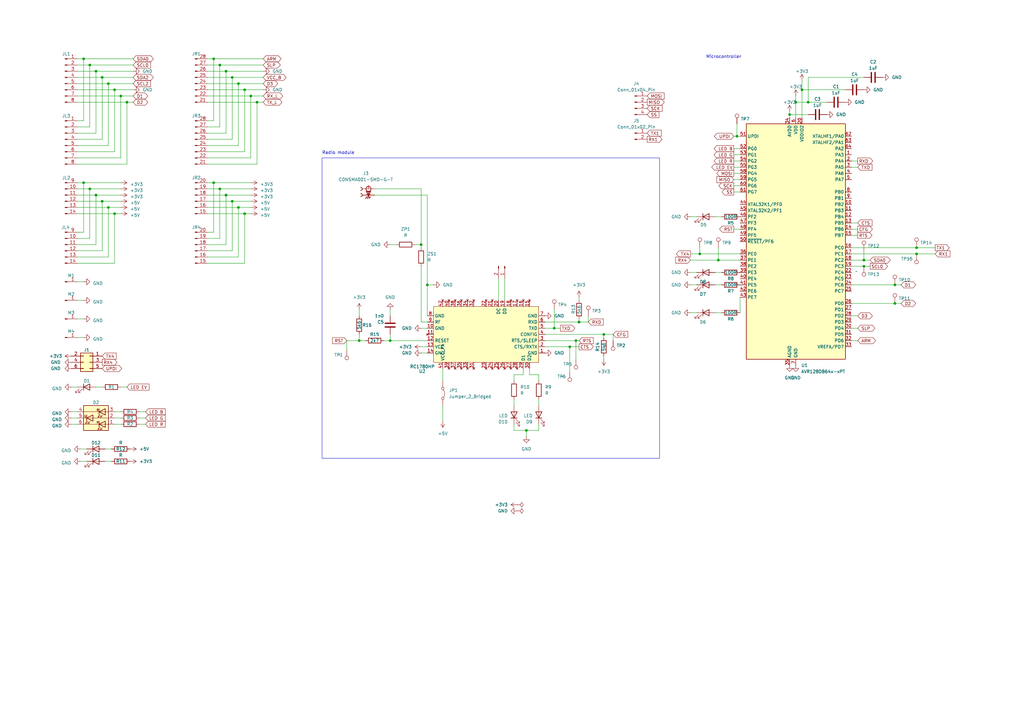
<source format=kicad_sch>
(kicad_sch (version 20231120) (generator "eeschema") (generator_version "8.0")
  (paper "A3")
  (junction (at 105.41 41.91))
  (junction (at 36.83 77.47))
  (junction (at 44.45 85.09))
  (junction (at 227.33 134.62))
  (junction (at 34.29 74.93))
  (junction (at 44.45 34.29))
  (junction (at 237.49 132.08))
  (junction (at 95.25 31.75))
  (junction (at 147.32 139.7))
  (junction (at 354.33 109.22))
  (junction (at 87.63 24.13))
  (junction (at 331.47 41.91))
  (junction (at 92.71 80.01))
  (junction (at 302.26 55.88))
  (junction (at 354.33 106.68))
  (junction (at 100.33 36.83))
  (junction (at 175.26 116.84))
  (junction (at 41.91 31.75))
  (junction (at 90.17 77.47))
  (junction (at 172.72 100.33))
  (junction (at 247.65 137.16))
  (junction (at 367.03 124.46))
  (junction (at 287.02 104.14))
  (junction (at 233.68 142.24))
  (junction (at 328.93 36.83))
  (junction (at 36.83 26.67))
  (junction (at 160.02 139.7))
  (junction (at 34.29 24.13))
  (junction (at 97.79 34.29))
  (junction (at 39.37 80.01))
  (junction (at 375.92 104.14))
  (junction (at 97.79 85.09))
  (junction (at 46.99 87.63))
  (junction (at 326.39 41.91))
  (junction (at 294.64 106.68))
  (junction (at 102.87 39.37))
  (junction (at 100.33 87.63))
  (junction (at 49.53 39.37))
  (junction (at 46.99 36.83))
  (junction (at 367.03 116.84))
  (junction (at 95.25 82.55))
  (junction (at 41.91 82.55))
  (junction (at 236.22 139.7))
  (junction (at 375.92 101.6))
  (junction (at 39.37 29.21))
  (junction (at 215.9 176.53))
  (junction (at 92.71 29.21))
  (junction (at 323.85 46.99))
  (junction (at 87.63 74.93))
  (junction (at 90.17 26.67))
  (junction (at 52.07 41.91))
  (wire (pts (xy 85.09 64.77) (xy 102.87 64.77)))
  (wire (pts (xy 160.02 100.33) (xy 162.56 100.33)))
  (wire (pts (xy 302.26 55.88) (xy 303.53 55.88)))
  (wire (pts (xy 31.75 64.77) (xy 49.53 64.77)))
  (wire (pts (xy 175.26 134.62) (xy 172.72 134.62)))
  (wire (pts (xy 177.8 116.84) (xy 175.26 116.84)))
  (wire (pts (xy 215.9 176.53) (xy 210.82 176.53)))
  (wire (pts (xy 31.75 52.07) (xy 36.83 52.07)))
  (wire (pts (xy 85.09 62.23) (xy 100.33 62.23)))
  (wire (pts (xy 283.21 128.27) (xy 285.75 128.27)))
  (wire (pts (xy 354.33 109.22) (xy 356.87 109.22)))
  (wire (pts (xy 328.93 36.83) (xy 346.71 36.83)))
  (wire (pts (xy 34.29 24.13) (xy 34.29 49.53)))
  (wire (pts (xy 349.25 106.68) (xy 354.33 106.68)))
  (wire (pts (xy 46.99 87.63) (xy 31.75 87.63)))
  (wire (pts (xy 300.99 93.98) (xy 303.53 93.98)))
  (wire (pts (xy 39.37 158.75) (xy 41.91 158.75)))
  (wire (pts (xy 90.17 52.07) (xy 90.17 26.67)))
  (wire (pts (xy 107.95 29.21) (xy 92.71 29.21)))
  (wire (pts (xy 31.75 67.31) (xy 52.07 67.31)))
  (wire (pts (xy 160.02 139.7) (xy 157.48 139.7)))
  (wire (pts (xy 328.93 36.83) (xy 328.93 48.26)))
  (wire (pts (xy 44.45 34.29) (xy 31.75 34.29)))
  (wire (pts (xy 87.63 74.93) (xy 85.09 74.93)))
  (wire (pts (xy 102.87 82.55) (xy 95.25 82.55)))
  (wire (pts (xy 31.75 95.25) (xy 34.29 95.25)))
  (wire (pts (xy 46.99 62.23) (xy 46.99 36.83)))
  (wire (pts (xy 349.25 93.98) (xy 351.79 93.98)))
  (wire (pts (xy 303.53 121.92) (xy 303.53 128.27)))
  (wire (pts (xy 175.26 142.24) (xy 172.72 142.24)))
  (wire (pts (xy 90.17 97.79) (xy 90.17 77.47)))
  (wire (pts (xy 300.99 73.66) (xy 303.53 73.66)))
  (wire (pts (xy 54.61 31.75) (xy 41.91 31.75)))
  (wire (pts (xy 326.39 41.91) (xy 326.39 48.26)))
  (wire (pts (xy 107.95 34.29) (xy 97.79 34.29)))
  (wire (pts (xy 102.87 39.37) (xy 85.09 39.37)))
  (wire (pts (xy 92.71 80.01) (xy 85.09 80.01)))
  (wire (pts (xy 31.75 59.69) (xy 44.45 59.69)))
  (wire (pts (xy 107.95 36.83) (xy 100.33 36.83)))
  (wire (pts (xy 223.52 134.62) (xy 227.33 134.62)))
  (wire (pts (xy 147.32 137.16) (xy 147.32 139.7)))
  (wire (pts (xy 41.91 57.15) (xy 41.91 31.75)))
  (wire (pts (xy 241.3 129.54) (xy 241.3 132.08)))
  (wire (pts (xy 172.72 77.47) (xy 172.72 100.33)))
  (wire (pts (xy 153.67 80.01) (xy 175.26 80.01)))
  (wire (pts (xy 92.71 54.61) (xy 92.71 29.21)))
  (wire (pts (xy 102.87 80.01) (xy 92.71 80.01)))
  (wire (pts (xy 349.25 101.6) (xy 375.92 101.6)))
  (wire (pts (xy 36.83 52.07) (xy 36.83 26.67)))
  (wire (pts (xy 85.09 100.33) (xy 92.71 100.33)))
  (wire (pts (xy 293.37 88.9) (xy 295.91 88.9)))
  (wire (pts (xy 54.61 36.83) (xy 46.99 36.83)))
  (wire (pts (xy 300.99 68.58) (xy 303.53 68.58)))
  (wire (pts (xy 142.24 139.7) (xy 142.24 143.51)))
  (wire (pts (xy 220.98 153.67) (xy 217.17 153.67)))
  (wire (pts (xy 90.17 77.47) (xy 85.09 77.47)))
  (wire (pts (xy 237.49 139.7) (xy 236.22 139.7)))
  (wire (pts (xy 247.65 138.43) (xy 247.65 137.16)))
  (wire (pts (xy 181.61 166.4558) (xy 181.61 172.72)))
  (wire (pts (xy 251.46 137.16) (xy 251.46 139.7)))
  (wire (pts (xy 57.15 168.91) (xy 59.69 168.91)))
  (wire (pts (xy 49.53 158.75) (xy 52.07 158.75)))
  (wire (pts (xy 31.75 100.33) (xy 39.37 100.33)))
  (wire (pts (xy 41.91 102.87) (xy 41.91 82.55)))
  (wire (pts (xy 29.21 173.99) (xy 31.75 173.99)))
  (wire (pts (xy 294.64 101.6) (xy 294.64 106.68)))
  (wire (pts (xy 54.61 34.29) (xy 44.45 34.29)))
  (wire (pts (xy 105.41 67.31) (xy 105.41 41.91)))
  (wire (pts (xy 85.09 102.87) (xy 95.25 102.87)))
  (wire (pts (xy 46.99 168.91) (xy 49.53 168.91)))
  (wire (pts (xy 49.53 80.01) (xy 39.37 80.01)))
  (wire (pts (xy 233.68 142.24) (xy 223.52 142.24)))
  (wire (pts (xy 36.83 97.79) (xy 36.83 77.47)))
  (wire (pts (xy 204.47 123.19) (xy 204.47 114.3)))
  (wire (pts (xy 52.07 67.31) (xy 52.07 41.91)))
  (wire (pts (xy 31.75 105.41) (xy 44.45 105.41)))
  (wire (pts (xy 87.63 24.13) (xy 87.63 49.53)))
  (wire (pts (xy 107.95 39.37) (xy 102.87 39.37)))
  (wire (pts (xy 36.83 77.47) (xy 31.75 77.47)))
  (wire (pts (xy 57.15 171.45) (xy 59.69 171.45)))
  (wire (pts (xy 237.49 132.08) (xy 223.52 132.08)))
  (wire (pts (xy 283.21 88.9) (xy 285.75 88.9)))
  (wire (pts (xy 293.37 116.84) (xy 295.91 116.84)))
  (wire (pts (xy 95.25 102.87) (xy 95.25 82.55)))
  (wire (pts (xy 172.72 109.22) (xy 172.72 132.08)))
  (wire (pts (xy 44.45 105.41) (xy 44.45 85.09)))
  (wire (pts (xy 49.53 64.77) (xy 49.53 39.37)))
  (wire (pts (xy 237.49 121.92) (xy 237.49 123.19)))
  (wire (pts (xy 44.45 85.09) (xy 31.75 85.09)))
  (wire (pts (xy 97.79 85.09) (xy 85.09 85.09)))
  (wire (pts (xy 175.26 116.84) (xy 175.26 80.01)))
  (wire (pts (xy 349.25 134.62) (xy 351.79 134.62)))
  (wire (pts (xy 233.68 142.24) (xy 233.68 152.4)))
  (wire (pts (xy 293.37 128.27) (xy 295.91 128.27)))
  (wire (pts (xy 49.53 85.09) (xy 44.45 85.09)))
  (wire (pts (xy 149.86 139.7) (xy 147.32 139.7)))
  (wire (pts (xy 302.26 50.8) (xy 302.26 55.88)))
  (wire (pts (xy 349.25 139.7) (xy 351.79 139.7)))
  (wire (pts (xy 85.09 67.31) (xy 105.41 67.31)))
  (wire (pts (xy 349.25 116.84) (xy 367.03 116.84)))
  (wire (pts (xy 31.75 97.79) (xy 36.83 97.79)))
  (wire (pts (xy 227.33 127) (xy 227.33 134.62)))
  (wire (pts (xy 181.61 151.13) (xy 181.61 156.2958)))
  (wire (pts (xy 54.61 29.21) (xy 39.37 29.21)))
  (wire (pts (xy 223.52 137.16) (xy 247.65 137.16)))
  (wire (pts (xy 367.03 116.84) (xy 369.57 116.84)))
  (wire (pts (xy 349.25 91.44) (xy 351.79 91.44)))
  (wire (pts (xy 31.75 54.61) (xy 39.37 54.61)))
  (wire (pts (xy 107.95 24.13) (xy 87.63 24.13)))
  (wire (pts (xy 300.99 66.04) (xy 303.53 66.04)))
  (wire (pts (xy 367.03 124.46) (xy 369.57 124.46)))
  (wire (pts (xy 46.99 107.95) (xy 46.99 87.63)))
  (wire (pts (xy 349.25 129.54) (xy 351.79 129.54)))
  (wire (pts (xy 300.99 71.12) (xy 303.53 71.12)))
  (wire (pts (xy 95.25 31.75) (xy 85.09 31.75)))
  (wire (pts (xy 287.02 104.14) (xy 303.53 104.14)))
  (wire (pts (xy 354.33 106.68) (xy 356.87 106.68)))
  (wire (pts (xy 43.18 184.15) (xy 45.72 184.15)))
  (wire (pts (xy 237.49 142.24) (xy 233.68 142.24)))
  (wire (pts (xy 328.93 33.02) (xy 328.93 36.83)))
  (wire (pts (xy 46.99 171.45) (xy 49.53 171.45)))
  (wire (pts (xy 85.09 105.41) (xy 97.79 105.41)))
  (wire (pts (xy 237.49 130.81) (xy 237.49 132.08)))
  (wire (pts (xy 100.33 87.63) (xy 85.09 87.63)))
  (wire (pts (xy 102.87 87.63) (xy 100.33 87.63)))
  (wire (pts (xy 300.99 76.2) (xy 303.53 76.2)))
  (wire (pts (xy 220.98 166.37) (xy 220.98 163.83)))
  (wire (pts (xy 44.45 59.69) (xy 44.45 34.29)))
  (wire (pts (xy 349.25 124.46) (xy 367.03 124.46)))
  (wire (pts (xy 97.79 34.29) (xy 85.09 34.29)))
  (wire (pts (xy 29.21 158.75) (xy 31.75 158.75)))
  (wire (pts (xy 49.53 39.37) (xy 31.75 39.37)))
  (wire (pts (xy 54.61 39.37) (xy 49.53 39.37)))
  (wire (pts (xy 31.75 138.43) (xy 34.29 138.43)))
  (wire (pts (xy 349.25 68.58) (xy 351.79 68.58)))
  (wire (pts (xy 217.17 153.67) (xy 217.17 151.13)))
  (wire (pts (xy 52.07 41.91) (xy 31.75 41.91)))
  (wire (pts (xy 283.21 111.76) (xy 285.75 111.76)))
  (wire (pts (xy 349.25 66.04) (xy 351.79 66.04)))
  (wire (pts (xy 160.02 137.16) (xy 160.02 139.7)))
  (wire (pts (xy 175.26 132.08) (xy 172.72 132.08)))
  (wire (pts (xy 54.61 26.67) (xy 36.83 26.67)))
  (wire (pts (xy 33.02 189.23) (xy 35.56 189.23)))
  (wire (pts (xy 31.75 57.15) (xy 41.91 57.15)))
  (wire (pts (xy 283.21 104.14) (xy 287.02 104.14)))
  (wire (pts (xy 95.25 82.55) (xy 85.09 82.55)))
  (wire (pts (xy 349.25 109.22) (xy 354.33 109.22)))
  (wire (pts (xy 87.63 24.13) (xy 85.09 24.13)))
  (wire (pts (xy 349.25 96.52) (xy 351.79 96.52)))
  (wire (pts (xy 57.15 173.99) (xy 59.69 173.99)))
  (wire (pts (xy 43.18 189.23) (xy 45.72 189.23)))
  (wire (pts (xy 41.91 82.55) (xy 31.75 82.55)))
  (wire (pts (xy 31.75 115.57) (xy 34.29 115.57)))
  (wire (pts (xy 107.95 26.67) (xy 90.17 26.67)))
  (wire (pts (xy 31.75 102.87) (xy 41.91 102.87)))
  (wire (pts (xy 100.33 62.23) (xy 100.33 36.83)))
  (wire (pts (xy 375.92 104.14) (xy 383.54 104.14)))
  (wire (pts (xy 92.71 100.33) (xy 92.71 80.01)))
  (wire (pts (xy 54.61 24.13) (xy 34.29 24.13)))
  (wire (pts (xy 220.98 156.21) (xy 220.98 153.67)))
  (wire (pts (xy 102.87 77.47) (xy 90.17 77.47)))
  (wire (pts (xy 300.99 63.5) (xy 303.53 63.5)))
  (wire (pts (xy 220.98 176.53) (xy 215.9 176.53)))
  (wire (pts (xy 210.82 173.99) (xy 210.82 176.53)))
  (wire (pts (xy 49.53 87.63) (xy 46.99 87.63)))
  (wire (pts (xy 175.26 144.78) (xy 172.72 144.78)))
  (wire (pts (xy 39.37 100.33) (xy 39.37 80.01)))
  (wire (pts (xy 85.09 59.69) (xy 97.79 59.69)))
  (wire (pts (xy 331.47 46.99) (xy 323.85 46.99)))
  (wire (pts (xy 31.75 107.95) (xy 46.99 107.95)))
  (wire (pts (xy 85.09 107.95) (xy 100.33 107.95)))
  (wire (pts (xy 227.33 134.62) (xy 229.87 134.62)))
  (wire (pts (xy 49.53 82.55) (xy 41.91 82.55)))
  (wire (pts (xy 220.98 173.99) (xy 220.98 176.53)))
  (wire (pts (xy 33.02 184.15) (xy 35.56 184.15)))
  (wire (pts (xy 300.99 60.96) (xy 303.53 60.96)))
  (wire (pts (xy 105.41 41.91) (xy 85.09 41.91)))
  (wire (pts (xy 175.26 139.7) (xy 160.02 139.7)))
  (wire (pts (xy 97.79 59.69) (xy 97.79 34.29)))
  (wire (pts (xy 210.82 156.21) (xy 210.82 153.67)))
  (wire (pts (xy 85.09 54.61) (xy 92.71 54.61)))
  (wire (pts (xy 236.22 139.7) (xy 223.52 139.7)))
  (wire (pts (xy 147.32 139.7) (xy 142.24 139.7)))
  (wire (pts (xy 354.33 31.75) (xy 331.47 31.75)))
  (wire (pts (xy 49.53 74.93) (xy 34.29 74.93)))
  (wire (pts (xy 29.21 171.45) (xy 31.75 171.45)))
  (wire (pts (xy 175.26 129.54) (xy 175.26 116.84)))
  (wire (pts (xy 92.71 29.21) (xy 85.09 29.21)))
  (wire (pts (xy 294.64 106.68) (xy 303.53 106.68)))
  (wire (pts (xy 153.67 77.47) (xy 172.72 77.47)))
  (wire (pts (xy 95.25 57.15) (xy 95.25 31.75)))
  (wire (pts (xy 31.75 130.81) (xy 34.29 130.81)))
  (wire (pts (xy 247.65 146.05) (xy 247.65 147.32)))
  (wire (pts (xy 31.75 62.23) (xy 46.99 62.23)))
  (wire (pts (xy 251.46 137.16) (xy 247.65 137.16)))
  (wire (pts (xy 46.99 173.99) (xy 49.53 173.99)))
  (wire (pts (xy 241.3 132.08) (xy 237.49 132.08)))
  (wire (pts (xy 323.85 45.72) (xy 323.85 46.99)))
  (wire (pts (xy 100.33 36.83) (xy 85.09 36.83)))
  (wire (pts (xy 31.75 123.19) (xy 34.29 123.19)))
  (wire (pts (xy 49.53 77.47) (xy 36.83 77.47)))
  (wire (pts (xy 207.01 123.19) (xy 207.01 114.3)))
  (wire (pts (xy 215.9 179.07) (xy 215.9 176.53)))
  (wire (pts (xy 39.37 54.61) (xy 39.37 29.21)))
  (wire (pts (xy 85.09 95.25) (xy 87.63 95.25)))
  (wire (pts (xy 147.32 127) (xy 147.32 129.54)))
  (wire (pts (xy 349.25 104.14) (xy 375.92 104.14)))
  (wire (pts (xy 326.39 41.91) (xy 331.47 41.91)))
  (wire (pts (xy 236.22 139.7) (xy 236.22 147.32)))
  (wire (pts (xy 85.09 52.07) (xy 90.17 52.07)))
  (wire (pts (xy 323.85 46.99) (xy 323.85 48.26)))
  (wire (pts (xy 36.83 26.67) (xy 31.75 26.67)))
  (wire (pts (xy 90.17 26.67) (xy 85.09 26.67)))
  (wire (pts (xy 97.79 105.41) (xy 97.79 85.09)))
  (wire (pts (xy 331.47 31.75) (xy 331.47 41.91)))
  (wire (pts (xy 326.39 39.37) (xy 326.39 41.91)))
  (wire (pts (xy 41.91 31.75) (xy 31.75 31.75)))
  (wire (pts (xy 46.99 36.83) (xy 31.75 36.83)))
  (wire (pts (xy 375.92 101.6) (xy 383.54 101.6)))
  (wire (pts (xy 210.82 166.37) (xy 210.82 163.83)))
  (wire (pts (xy 107.95 31.75) (xy 95.25 31.75)))
  (wire (pts (xy 107.95 41.91) (xy 105.41 41.91)))
  (wire (pts (xy 283.21 116.84) (xy 285.75 116.84)))
  (wire (pts (xy 29.21 168.91) (xy 31.75 168.91)))
  (wire (pts (xy 287.02 101.6) (xy 287.02 104.14)))
  (wire (pts (xy 354.33 102.87) (xy 354.33 106.68)))
  (wire (pts (xy 85.09 97.79) (xy 90.17 97.79)))
  (wire (pts (xy 300.99 55.88) (xy 302.26 55.88)))
  (wire (pts (xy 283.21 106.68) (xy 294.64 106.68)))
  (wire (pts (xy 34.29 74.93) (xy 31.75 74.93)))
  (wire (pts (xy 85.09 49.53) (xy 87.63 49.53)))
  (wire (pts (xy 102.87 85.09) (xy 97.79 85.09)))
  (wire (pts (xy 331.47 41.91) (xy 339.09 41.91)))
  (wire (pts (xy 54.61 41.91) (xy 52.07 41.91)))
  (wire (pts (xy 87.63 95.25) (xy 87.63 74.93)))
  (wire (pts (xy 293.37 111.76) (xy 295.91 111.76)))
  (wire (pts (xy 31.75 49.53) (xy 34.29 49.53)))
  (wire (pts (xy 214.63 153.67) (xy 210.82 153.67)))
  (wire (pts (xy 100.33 107.95) (xy 100.33 87.63)))
  (wire (pts (xy 34.29 24.13) (xy 31.75 24.13)))
  (wire (pts (xy 172.72 100.33) (xy 172.72 101.6)))
  (wire (pts (xy 170.18 100.33) (xy 172.72 100.33)))
  (wire (pts (xy 39.37 80.01) (xy 31.75 80.01)))
  (wire (pts (xy 102.87 74.93) (xy 87.63 74.93)))
  (wire (pts (xy 300.99 78.74) (xy 303.53 78.74)))
  (wire (pts (xy 85.09 57.15) (xy 95.25 57.15)))
  (wire (pts (xy 102.87 64.77) (xy 102.87 39.37)))
  (wire (pts (xy 34.29 74.93) (xy 34.29 95.25)))
  (wire (pts (xy 39.37 29.21) (xy 31.75 29.21)))
  (wire (pts (xy 160.02 127) (xy 160.02 129.54)))
  (wire (pts (xy 214.63 151.13) (xy 214.63 153.67)))
  (rectangle (start 132.08 64.77) (end 270.51 187.96))
  (text "Microcontroller" (at 289.56 24.13 0) (effects (font (size 1.27 1.27)) (justify left bottom)))
  (text "Radio module" (at 132.08 63.5 0) (effects (font (size 1.27 1.27)) (justify left bottom)))
  (global_label "TXD" (shape input) (at 351.79 68.58 0) (property "Intersheetrefs" "${INTERSHEET_REFS}" (effects (hide yes))))
  (global_label "MISO" (shape output) (at 265.43 41.91 0) (property "Intersheetrefs" "${INTERSHEET_REFS}" (effects (hide yes))))
  (global_label "UPDI" (shape bidirectional) (at 300.99 55.88 180) (property "Intersheetrefs" "${INTERSHEET_REFS}" (effects (hide yes))))
  (global_label "RX_L" (shape bidirectional) (at 107.95 39.37 0) (property "Intersheetrefs" "${INTERSHEET_REFS}" (effects (hide yes))))
  (global_label "MOSI" (shape input) (at 265.43 39.37 0) (property "Intersheetrefs" "${INTERSHEET_REFS}" (effects (hide yes))))
  (global_label "LED EV" (shape output) (at 300.99 68.58 180) (property "Intersheetrefs" "${INTERSHEET_REFS}" (effects (hide yes))))
  (global_label "LED G" (shape input) (at 59.69 171.45 0) (property "Intersheetrefs" "${INTERSHEET_REFS}" (effects (hide yes))))
  (global_label "RST" (shape output) (at 300.99 93.98 180) (property "Intersheetrefs" "${INTERSHEET_REFS}" (effects (hide yes))))
  (global_label "LED EV" (shape input) (at 52.07 158.75 0) (property "Intersheetrefs" "${INTERSHEET_REFS}" (effects (hide yes))))
  (global_label "RX4" (shape output) (at 41.91 148.59 0) (property "Intersheetrefs" "${INTERSHEET_REFS}" (effects (hide yes))))
  (global_label "SDA2" (shape bidirectional) (at 54.61 31.75 0) (property "Intersheetrefs" "${INTERSHEET_REFS}" (effects (hide yes))))
  (global_label "LED G" (shape output) (at 300.99 63.5 180) (property "Intersheetrefs" "${INTERSHEET_REFS}" (effects (hide yes))))
  (global_label "TXD" (shape output) (at 229.87 134.62 0) (property "Intersheetrefs" "${INTERSHEET_REFS}" (effects (hide yes))))
  (global_label "RXD" (shape output) (at 351.79 66.04 0) (property "Intersheetrefs" "${INTERSHEET_REFS}" (effects (hide yes))))
  (global_label "SCL0" (shape input) (at 54.61 26.67 0) (property "Intersheetrefs" "${INTERSHEET_REFS}" (effects (hide yes))))
  (global_label "D1" (shape bidirectional) (at 54.61 39.37 0) (property "Intersheetrefs" "${INTERSHEET_REFS}" (effects (hide yes))))
  (global_label "SCL0" (shape output) (at 356.87 109.22 0) (property "Intersheetrefs" "${INTERSHEET_REFS}" (effects (hide yes))))
  (global_label "D3" (shape bidirectional) (at 107.95 34.29 0) (property "Intersheetrefs" "${INTERSHEET_REFS}" (effects (hide yes))))
  (global_label "CFG" (shape output) (at 351.79 93.98 0) (property "Intersheetrefs" "${INTERSHEET_REFS}" (effects (hide yes))))
  (global_label "MISO" (shape input) (at 300.99 73.66 180) (property "Intersheetrefs" "${INTERSHEET_REFS}" (effects (hide yes))))
  (global_label "RTS" (shape output) (at 351.79 96.52 0) (property "Intersheetrefs" "${INTERSHEET_REFS}" (effects (hide yes))))
  (global_label "SDA0" (shape bidirectional) (at 54.61 24.13 0) (property "Intersheetrefs" "${INTERSHEET_REFS}" (effects (hide yes))))
  (global_label "TX4" (shape output) (at 283.21 104.14 180) (property "Intersheetrefs" "${INTERSHEET_REFS}" (effects (hide yes))))
  (global_label "TX1" (shape output) (at 383.54 101.6 0) (property "Intersheetrefs" "${INTERSHEET_REFS}" (effects (hide yes))))
  (global_label "RST" (shape input) (at 142.24 139.7 180) (property "Intersheetrefs" "${INTERSHEET_REFS}" (effects (hide yes))))
  (global_label "RX1" (shape input) (at 383.54 104.14 0) (property "Intersheetrefs" "${INTERSHEET_REFS}" (effects (hide yes))))
  (global_label "SLP" (shape bidirectional) (at 107.95 26.67 0) (property "Intersheetrefs" "${INTERSHEET_REFS}" (effects (hide yes))))
  (global_label "ARM" (shape bidirectional) (at 107.95 24.13 0) (property "Intersheetrefs" "${INTERSHEET_REFS}" (effects (hide yes))))
  (global_label "SCL2" (shape input) (at 54.61 34.29 0) (property "Intersheetrefs" "${INTERSHEET_REFS}" (effects (hide yes))))
  (global_label "SDA0" (shape bidirectional) (at 356.87 106.68 0) (property "Intersheetrefs" "${INTERSHEET_REFS}" (effects (hide yes))))
  (global_label "CFG" (shape input) (at 251.46 137.16 0) (property "Intersheetrefs" "${INTERSHEET_REFS}" (effects (hide yes))))
  (global_label "SS" (shape input) (at 265.43 46.99 0) (property "Intersheetrefs" "${INTERSHEET_REFS}" (effects (hide yes))))
  (global_label "D1" (shape bidirectional) (at 369.57 116.84 0) (property "Intersheetrefs" "${INTERSHEET_REFS}" (effects (hide yes))))
  (global_label "RXD" (shape input) (at 241.3 132.08 0) (property "Intersheetrefs" "${INTERSHEET_REFS}" (effects (hide yes))))
  (global_label "ARM" (shape bidirectional) (at 351.79 139.7 0) (property "Intersheetrefs" "${INTERSHEET_REFS}" (effects (hide yes))))
  (global_label "VCC_B" (shape bidirectional) (at 107.95 31.75 0) (property "Intersheetrefs" "${INTERSHEET_REFS}" (effects (hide yes))))
  (global_label "RX1" (shape output) (at 265.43 57.15 0) (property "Intersheetrefs" "${INTERSHEET_REFS}" (effects (hide yes))))
  (global_label "D3" (shape bidirectional) (at 351.79 129.54 0) (property "Intersheetrefs" "${INTERSHEET_REFS}" (effects (hide yes))))
  (global_label "D2" (shape bidirectional) (at 54.61 41.91 0) (property "Intersheetrefs" "${INTERSHEET_REFS}" (effects (hide yes))))
  (global_label "SLP" (shape bidirectional) (at 351.79 134.62 0) (property "Intersheetrefs" "${INTERSHEET_REFS}" (effects (hide yes))))
  (global_label "SCK" (shape output) (at 300.99 76.2 180) (property "Intersheetrefs" "${INTERSHEET_REFS}" (effects (hide yes))))
  (global_label "CTS" (shape output) (at 237.49 142.24 0) (property "Intersheetrefs" "${INTERSHEET_REFS}" (effects (hide yes))))
  (global_label "LED R" (shape input) (at 59.69 173.99 0) (property "Intersheetrefs" "${INTERSHEET_REFS}" (effects (hide yes))))
  (global_label "TX1" (shape input) (at 265.43 54.61 0) (property "Intersheetrefs" "${INTERSHEET_REFS}" (effects (hide yes))))
  (global_label "LED R" (shape output) (at 300.99 66.04 180) (property "Intersheetrefs" "${INTERSHEET_REFS}" (effects (hide yes))))
  (global_label "RX4" (shape input) (at 283.21 106.68 180) (property "Intersheetrefs" "${INTERSHEET_REFS}" (effects (hide yes))))
  (global_label "MOSI" (shape output) (at 300.99 71.12 180) (property "Intersheetrefs" "${INTERSHEET_REFS}" (effects (hide yes))))
  (global_label "LED B" (shape output) (at 300.99 60.96 180) (property "Intersheetrefs" "${INTERSHEET_REFS}" (effects (hide yes))))
  (global_label "SCK" (shape input) (at 265.43 44.45 0) (property "Intersheetrefs" "${INTERSHEET_REFS}" (effects (hide yes))))
  (global_label "TX4" (shape input) (at 41.91 146.05 0) (property "Intersheetrefs" "${INTERSHEET_REFS}" (effects (hide yes))))
  (global_label "CTS" (shape input) (at 351.79 91.44 0) (property "Intersheetrefs" "${INTERSHEET_REFS}" (effects (hide yes))))
  (global_label "D2" (shape bidirectional) (at 369.57 124.46 0) (property "Intersheetrefs" "${INTERSHEET_REFS}" (effects (hide yes))))
  (global_label "SS" (shape output) (at 300.99 78.74 180) (property "Intersheetrefs" "${INTERSHEET_REFS}" (effects (hide yes))))
  (global_label "UPDI" (shape bidirectional) (at 41.91 151.13 0) (property "Intersheetrefs" "${INTERSHEET_REFS}" (effects (hide yes))))
  (global_label "LED B" (shape input) (at 59.69 168.91 0) (property "Intersheetrefs" "${INTERSHEET_REFS}" (effects (hide yes))))
  (global_label "RTS" (shape input) (at 237.49 139.7 0) (property "Intersheetrefs" "${INTERSHEET_REFS}" (effects (hide yes))))
  (global_label "TX_L" (shape bidirectional) (at 107.95 41.91 0) (property "Intersheetrefs" "${INTERSHEET_REFS}" (effects (hide yes))))
  (symbol (lib_id "power:+3V3") (at 49.53 77.47 270) (unit 1)
    (property "Reference" "#PWR027" (effects (hide yes)))
    (property "Value" "+3V3" (at 53.34 78.105 90) (effects (justify left)))
  )
  (symbol (lib_id "LED:CLS6B-FKW") (at 39.37 171.45 180) (unit 1)
    (property "Reference" "D2" (at 39.37 165.1 0))
    (property "Value" "CLS6B-FKW" (effects (hide yes)))
    (property "Footprint" "LED_SMD:LED_RGB_Cree-PLCC-6_6x5mm_P2.1mm" (effects (hide yes)))
    (property "Datasheet" "https://www.cree.com/led-components/media/documents/CLS6B-FKW.pdf" (effects (hide yes)))
  )
  (symbol (lib_id "Device:R") (at 299.72 128.27 90) (unit 1)
    (property "Reference" "R6" (at 299.72 130.81 90))
    (property "Value" "100R" (at 299.72 128.27 90))
    (property "Footprint" "Resistor_SMD:R_0805_2012Metric_Pad1.20x1.40mm_HandSolder" (effects (hide yes)))
  )
  (symbol (lib_id "Connector:Conn_01x01_Pin") (at 26.67 115.57 0) (unit 1)
    (property "Reference" "M1" (at 29.21 113.03 0))
    (property "Value" "Conn_01x01_Pin" (effects (hide yes)))
    (property "Footprint" "Footprints:m4hole" (effects (hide yes)))
  )
  (symbol (lib_id "power:GND") (at 29.21 151.13 270) (unit 1)
    (property "Reference" "#PWR020" (effects (hide yes)))
    (property "Value" "GND" (at 22.86 151.13 90))
  )
  (symbol (lib_id "Device:LED") (at 210.82 170.18 90) (unit 1)
    (property "Reference" "D10" (at 208.28 173.0376 90) (effects (justify left)))
    (property "Value" "LED" (at 208.28 170.4976 90) (effects (justify left)))
    (property "Footprint" "LED_SMD:LED_0805_2012Metric_Pad1.15x1.40mm_HandSolder" (effects (hide yes)))
    (property "Description" "Light emitting diode" (effects (hide yes)))
  )
  (symbol (lib_id "power:+3V3") (at 326.39 39.37 0) (unit 1)
    (property "Reference" "#PWR041" (effects (hide yes)))
    (property "Value" "+3V3" (at 326.39 35.56 0))
  )
  (symbol (lib_id "Connector:TestPoint") (at 354.33 102.87 0) (unit 1)
    (property "Reference" "TP12" (at 355.854 100.838 0) (effects (justify left)))
    (property "Value" "~" (at 356.87 100.8379 0) (effects (justify left)))
    (property "Footprint" "Footprints:TestPoint" (effects (hide yes)))
    (property "Description" "test point" (effects (hide yes)))
  )
  (symbol (lib_id "power:+3V3") (at 102.87 74.93 270) (unit 1)
    (property "Reference" "#PWR029" (effects (hide yes)))
    (property "Value" "+3V3" (at 106.68 75.565 90) (effects (justify left)))
  )
  (symbol (lib_id "power:+5V") (at 181.61 172.72 180) (unit 1)
    (property "Reference" "#PWR069" (effects (hide yes)))
    (property "Value" "+5V" (at 181.61 177.8 0))
  )
  (symbol (lib_id "power:GND") (at 34.29 115.57 90) (unit 1)
    (property "Reference" "#PWR015" (effects (hide yes)))
    (property "Value" "GND" (at 38.1 116.205 90) (effects (justify right)))
  )
  (symbol (lib_id "Device:R") (at 49.53 189.23 270) (unit 1)
    (property "Reference" "R11" (at 49.53 189.23 90))
    (property "Value" "R" (at 49.53 186.69 90))
    (property "Footprint" "Resistor_SMD:R_0805_2012Metric_Pad1.20x1.40mm_HandSolder" (effects (hide yes)))
  )
  (symbol (lib_id "Device:LED") (at 289.56 111.76 0) (unit 1)
    (property "Reference" "D8" (at 288.29 115.57 0))
    (property "Value" "LED" (effects (hide yes)))
    (property "Footprint" "LED_SMD:LED_0805_2012Metric_Pad1.15x1.40mm_HandSolder" (effects (hide yes)))
  )
  (symbol (lib_id "Connector:Conn_01x06_Pin") (at 80.01 100.33 0) (unit 1)
    (property "Reference" "JR4" (at 80.518 93.218 0))
    (property "Value" "Conn_01x06_Pin" (effects (hide yes)))
    (property "Footprint" "Connector_PinSocket_2.54mm:PinSocket_1x06_P2.54mm_Vertical" (effects (hide yes)))
    (property "Description" "Generic connector, single row, 01x06, script generated" (effects (hide yes)))
  )
  (symbol (lib_id "power:GND") (at 29.21 173.99 270) (unit 1)
    (property "Reference" "#PWR023" (effects (hide yes)))
    (property "Value" "GND" (at 25.4 174.625 90) (effects (justify right)))
  )
  (symbol (lib_id "power:+3V3") (at 172.72 142.24 90) (unit 1)
    (property "Reference" "#PWR068" (effects (hide yes)))
    (property "Value" "+3V3" (at 168.91 142.2399 90) (effects (justify left)))
  )
  (symbol (lib_id "power:GND") (at 212.09 209.55 270) (unit 1)
    (property "Reference" "#PWR064" (effects (hide yes)))
    (property "Value" "GND" (at 208.28 209.55 90) (effects (justify right)))
  )
  (symbol (lib_id "power:GND") (at 346.71 41.91 90) (unit 1)
    (property "Reference" "#PWR044" (effects (hide yes)))
    (property "Value" "GND" (at 350.52 41.9099 90) (effects (justify right)))
  )
  (symbol (lib_id "Device:LED") (at 289.56 88.9 0) (unit 1)
    (property "Reference" "D5" (at 288.544 92.202 0))
    (property "Value" "LED" (effects (hide yes)))
    (property "Footprint" "LED_SMD:LED_0805_2012Metric_Pad1.15x1.40mm_HandSolder" (effects (hide yes)))
  )
  (symbol (lib_id "power:+3V3") (at 102.87 77.47 270) (unit 1)
    (property "Reference" "#PWR030" (effects (hide yes)))
    (property "Value" "+3V3" (at 106.68 78.105 90) (effects (justify left)))
  )
  (symbol (lib_id "power:GND") (at 339.09 46.99 90) (unit 1)
    (property "Reference" "#PWR043" (effects (hide yes)))
    (property "Value" "GND" (at 342.9 46.9899 90) (effects (justify right)))
  )
  (symbol (lib_id "power:GND") (at 283.21 128.27 270) (unit 1)
    (property "Reference" "#PWR040" (effects (hide yes)))
    (property "Value" "GND" (at 279.4 128.27 90) (effects (justify right)))
  )
  (symbol (lib_id "power:+5V") (at 102.87 82.55 270) (unit 1)
    (property "Reference" "#PWR033" (effects (hide yes)))
    (property "Value" "+5V" (at 106.68 83.185 90) (effects (justify left)))
  )
  (symbol (lib_id "Device:R") (at 247.65 142.24 180) (unit 1)
    (property "Reference" "R14" (at 245.11 142.24 90))
    (property "Value" "5k6" (at 247.65 142.24 90))
    (property "Footprint" "Resistor_SMD:R_0805_2012Metric_Pad1.20x1.40mm_HandSolder" (effects (hide yes)))
  )
  (symbol (lib_id "Device:LED") (at 289.56 116.84 0) (unit 1)
    (property "Reference" "D7" (at 288.29 120.65 0))
    (property "Value" "LED" (effects (hide yes)))
    (property "Footprint" "LED_SMD:LED_0805_2012Metric_Pad1.15x1.40mm_HandSolder" (effects (hide yes)))
  )
  (symbol (lib_name "Conn_01x08_Pin_1") (lib_id "Connector:Conn_01x08_Pin") (at 80.01 31.75 0) (unit 1)
    (property "Reference" "JR1" (at 80.518 22.098 0))
    (property "Value" "Conn_01x08_Pin" (effects (hide yes)))
    (property "Footprint" "Connector_PinSocket_2.54mm:PinSocket_1x08_P2.54mm_Vertical" (effects (hide yes)))
    (property "Description" "Generic connector, single row, 01x08, script generated" (effects (hide yes)))
  )
  (symbol (lib_id "power:GND") (at 326.39 149.86 0) (unit 1)
    (property "Reference" "#PWR09" (effects (hide yes)))
    (property "Value" "GND" (at 326.39 154.94 0))
  )
  (symbol (lib_id "Device:C") (at 342.9 41.91 90) (unit 1)
    (property "Reference" "C1" (at 342.9 35.56 90))
    (property "Value" "1uF" (at 342.9 38.1 90))
    (property "Footprint" "Capacitor_SMD:C_0805_2012Metric_Pad1.18x1.45mm_HandSolder" (effects (hide yes)))
  )
  (symbol (lib_id "power:GND") (at 354.33 36.83 90) (unit 1)
    (property "Reference" "#PWR045" (effects (hide yes)))
    (property "Value" "GND" (at 358.14 36.8299 90) (effects (justify right)))
  )
  (symbol (lib_id "power:GND") (at 33.02 189.23 270) (unit 1)
    (property "Reference" "#PWR04" (effects (hide yes)))
    (property "Value" "GND" (at 29.21 189.865 90) (effects (justify right)))
  )
  (symbol (lib_id "Device:R") (at 147.32 133.35 0) (unit 1)
    (property "Reference" "R16" (at 148.59 133.35 0) (effects (justify left)))
    (property "Value" "5k6" (at 147.32 133.35 90))
    (property "Footprint" "Resistor_SMD:R_0805_2012Metric_Pad1.20x1.40mm_HandSolder" (effects (hide yes)))
  )
  (symbol (lib_id "power:+3V3") (at 53.34 189.23 270) (unit 1)
    (property "Reference" "#PWR052" (effects (hide yes)))
    (property "Value" "+3V3" (at 57.15 189.2299 90) (effects (justify left)))
  )
  (symbol (lib_id "Device:LED") (at 39.37 189.23 0) (unit 1)
    (property "Reference" "D11" (at 39.37 186.69 0))
    (property "Value" "LED" (effects (hide yes)))
    (property "Footprint" "LED_SMD:LED_0805_2012Metric_Pad1.15x1.40mm_HandSolder" (effects (hide yes)))
  )
  (symbol (lib_id "Connector:TestPoint") (at 227.33 127 0) (unit 1)
    (property "Reference" "TP4" (at 228.854 124.968 0) (effects (justify left)))
    (property "Value" "~" (at 229.87 124.9679 0) (effects (justify left)))
    (property "Footprint" "Footprints:TestPoint" (effects (hide yes)))
    (property "Description" "test point" (effects (hide yes)))
  )
  (symbol (lib_name "GND_1") (lib_id "power:GND") (at 215.9 179.07 0) (unit 1)
    (property "Reference" "#PWR060" (effects (hide yes)))
    (property "Value" "GND" (at 215.9 184.15 0))
  )
  (symbol (lib_id "power:+3V3") (at 147.32 127 0) (unit 1)
    (property "Reference" "#PWR046" (effects (hide yes)))
    (property "Value" "+3V3" (at 147.32 121.92 0))
  )
  (symbol (lib_id "power:+3V3") (at 247.65 147.32 180) (unit 1)
    (property "Reference" "#PWR048" (effects (hide yes)))
    (property "Value" "+3V3" (at 247.65 152.4 0))
  )
  (symbol (lib_id "Device:R") (at 153.67 139.7 270) (unit 1)
    (property "Reference" "R15" (at 153.67 137.16 90))
    (property "Value" "2k7" (at 153.67 139.7 90))
    (property "Footprint" "Resistor_SMD:R_0805_2012Metric_Pad1.20x1.40mm_HandSolder" (effects (hide yes)))
  )
  (symbol (lib_id "Device:C") (at 358.14 31.75 270) (mirror x) (unit 1)
    (property "Reference" "C2" (at 358.14 25.4 90))
    (property "Value" "1uF" (at 358.14 27.94 90))
    (property "Footprint" "Capacitor_SMD:C_0805_2012Metric_Pad1.18x1.45mm_HandSolder" (effects (hide yes)))
  )
  (symbol (lib_name "GND_1") (lib_id "power:GND") (at 172.72 134.62 270) (unit 1)
    (property "Reference" "#PWR066" (effects (hide yes)))
    (property "Value" "GND" (at 168.91 134.62 90) (effects (justify right)))
  )
  (symbol (lib_name "GND_1") (lib_id "power:GND") (at 160.02 100.33 270) (unit 1)
    (property "Reference" "#PWR06" (effects (hide yes)))
    (property "Value" "GND" (at 156.21 100.33 90) (effects (justify right)))
  )
  (symbol (lib_id "power:GND") (at 29.21 171.45 270) (unit 1)
    (property "Reference" "#PWR022" (effects (hide yes)))
    (property "Value" "GND" (at 25.4 172.085 90) (effects (justify right)))
  )
  (symbol (lib_id "Connector:TestPoint") (at 294.64 101.6 0) (unit 1)
    (property "Reference" "TP9" (at 296.164 99.568 0) (effects (justify left)))
    (property "Value" "~" (at 297.18 99.5679 0) (effects (justify left)))
    (property "Footprint" "Footprints:TestPoint" (effects (hide yes)))
    (property "Description" "test point" (effects (hide yes)))
  )
  (symbol (lib_id "power:+5V") (at 49.53 85.09 270) (unit 1)
    (property "Reference" "#PWR025" (effects (hide yes)))
    (property "Value" "+5V" (at 53.34 85.725 90) (effects (justify left)))
  )
  (symbol (lib_id "power:GND") (at 29.21 148.59 270) (unit 1)
    (property "Reference" "#PWR014" (effects (hide yes)))
    (property "Value" "GND" (at 22.86 148.59 90))
  )
  (symbol (lib_id "power:PWR_FLAG") (at 212.09 209.55 270) (unit 1)
    (property "Reference" "#FLG02" (effects (hide yes)))
    (property "Value" "PWR_FLAG" (effects (hide yes)))
  )
  (symbol (lib_name "GND_1") (lib_id "power:GND") (at 54.61 36.83 90) (unit 1)
    (property "Reference" "#PWR037" (effects (hide yes)))
    (property "Value" "GND" (at 58.42 36.8299 90) (effects (justify right)))
    (property "Description" "Power symbol creates a global label with name \"GND\" , ground" (effects (hide yes)))
  )
  (symbol (lib_id "power:GND") (at 283.21 116.84 270) (unit 1)
    (property "Reference" "#PWR05" (effects (hide yes)))
    (property "Value" "GND" (at 279.4 116.84 90) (effects (justify right)))
  )
  (symbol (lib_id "power:+5V") (at 102.87 85.09 270) (unit 1)
    (property "Reference" "#PWR034" (effects (hide yes)))
    (property "Value" "+5V" (at 106.68 85.725 90) (effects (justify left)))
  )
  (symbol (lib_name "GND_1") (lib_id "power:GND") (at 160.02 127 180) (unit 1)
    (property "Reference" "#PWR067" (effects (hide yes)))
    (property "Value" "GND" (at 160.02 121.92 0))
  )
  (symbol (lib_name "GND_1") (lib_id "power:GND") (at 223.52 144.78 90) (unit 1)
    (property "Reference" "#PWR047" (effects (hide yes)))
    (property "Value" "GND" (at 227.33 144.78 90) (effects (justify right)))
  )
  (symbol (lib_id "power:+3V3") (at 29.21 146.05 90) (unit 1)
    (property "Reference" "#PWR011" (effects (hide yes)))
    (property "Value" "+3V3" (at 22.86 146.05 90))
  )
  (symbol (lib_id "Device:R") (at 299.72 88.9 90) (unit 1)
    (property "Reference" "R5" (at 299.72 91.44 90))
    (property "Value" "100R" (at 299.72 88.9 90))
    (property "Footprint" "Resistor_SMD:R_0805_2012Metric_Pad1.20x1.40mm_HandSolder" (effects (hide yes)))
  )
  (symbol (lib_id "power:GND") (at 283.21 111.76 270) (unit 1)
    (property "Reference" "#PWR08" (effects (hide yes)))
    (property "Value" "GND" (at 279.4 111.76 90) (effects (justify right)))
  )
  (symbol (lib_id "Device:R") (at 53.34 173.99 270) (unit 1)
    (property "Reference" "R2" (at 53.34 173.99 90))
    (property "Value" "R" (effects (hide yes)))
    (property "Footprint" "Resistor_SMD:R_0805_2012Metric_Pad1.20x1.40mm_HandSolder" (effects (hide yes)))
  )
  (symbol (lib_id "Device:C") (at 335.28 46.99 90) (unit 1)
    (property "Reference" "C3" (at 335.28 40.64 90))
    (property "Value" "1uF" (at 335.28 43.18 90))
    (property "Footprint" "Capacitor_SMD:C_0805_2012Metric_Pad1.18x1.45mm_HandSolder" (effects (hide yes)))
  )
  (symbol (lib_id "Connector:Conn_01x08_Pin") (at 26.67 57.15 0) (unit 1)
    (property "Reference" "JL3" (at 27.178 47.498 0))
    (property "Value" "Conn_01x08_Pin" (effects (hide yes)))
    (property "Footprint" "Connector_PinSocket_2.54mm:PinSocket_1x08_P2.54mm_Vertical" (effects (hide yes)))
    (property "Description" "Generic connector, single row, 01x08, script generated" (effects (hide yes)))
  )
  (symbol (lib_id "New_Library:CONSMA001-SMD-G-T") (at 151.13 77.47 0) (unit 1)
    (property "Reference" "J3" (at 150.0505 71.12 0))
    (property "Value" "CONSMA001-SMD-G-T" (at 150.0505 73.66 0))
    (property "Footprint" "Footprints:SMA_connector_smd" (effects (hide yes)))
    (property "SnapEDA_Link" "https://www.snapeda.com/parts/CONSMA001-SMD-G-T/Linx/view-part/?ref=snap" (effects (hide yes)))
    (property "Check_prices" "https://www.snapeda.com/parts/CONSMA001-SMD-G-T/Linx/view-part/?ref=eda" (effects (hide yes)))
    (property "Package" "None" (effects (hide yes)))
    (property "Price" "None" (effects (hide yes)))
    (property "MF" "Linx Technologies" (effects (hide yes)))
    (property "MP" "CONSMA001-SMD-G-T" (effects (hide yes)))
    (property "Purchase-URL" "https://www.snapeda.com/api/url_track_click_mouser/?unipart_id=5003765&manufacturer=Linx Technologies&part_name=CONSMA001-SMD-G-T&search_term=None" (effects (hide yes)))
    (property "Availability" "In Stock" (effects (hide yes)))
    (property "Description_1" "SMA Jack 50 Ohm PCB Surface Mount" (effects (hide yes)))
  )
  (symbol (lib_id "Jumper:Jumper_2_Bridged") (at 181.61 161.3758 270) (unit 1) (exclude_from_sim yes)
    (property "Reference" "JP1" (at 184.15 160.1057 90) (effects (justify left)))
    (property "Value" "Jumper_2_Bridged" (at 184.15 162.6457 90) (effects (justify left)))
    (property "Footprint" "Footprints:Jumper" (effects (hide yes)))
    (property "Description" "Jumper, 2-pole, closed/bridged" (effects (hide yes)))
  )
  (symbol (lib_id "power:+3V3") (at 102.87 80.01 270) (unit 1)
    (property "Reference" "#PWR031" (effects (hide yes)))
    (property "Value" "+3V3" (at 106.68 80.645 90) (effects (justify left)))
  )
  (symbol (lib_id "Device:R") (at 49.53 184.15 270) (unit 1)
    (property "Reference" "R12" (at 49.53 184.15 90))
    (property "Value" "R" (at 49.53 181.61 90))
    (property "Footprint" "Resistor_SMD:R_0805_2012Metric_Pad1.20x1.40mm_HandSolder" (effects (hide yes)))
  )
  (symbol (lib_id "Connector:TestPoint") (at 302.26 50.8 0) (unit 1)
    (property "Reference" "TP7" (at 303.784 48.768 0) (effects (justify left)))
    (property "Value" "~" (at 304.8 48.7679 0) (effects (justify left)))
    (property "Footprint" "Footprints:TestPoint" (effects (hide yes)))
    (property "Description" "test point" (effects (hide yes)))
  )
  (symbol (lib_id "Device:LED") (at 35.56 158.75 0) (unit 1)
    (property "Reference" "D1" (at 35.56 156.21 0))
    (property "Value" "LED" (effects (hide yes)))
    (property "Footprint" "LED_SMD:LED_0805_2012Metric_Pad1.15x1.40mm_HandSolder" (effects (hide yes)))
  )
  (symbol (lib_id "Connector:Conn_01x02_Pin") (at 260.35 54.61 0) (unit 1)
    (property "Reference" "J5" (at 260.985 49.53 0))
    (property "Value" "Conn_01x02_Pin" (at 260.985 52.07 0))
    (property "Footprint" "Connector_PinSocket_2.54mm:PinSocket_1x02_P2.54mm_Vertical" (effects (hide yes)))
  )
  (symbol (lib_id "power:+3V3") (at 49.53 80.01 270) (unit 1)
    (property "Reference" "#PWR028" (effects (hide yes)))
    (property "Value" "+3V3" (at 53.34 80.645 90) (effects (justify left)))
  )
  (symbol (lib_id "Connector_Generic:Conn_02x03_Odd_Even") (at 36.83 148.59 0) (mirror y) (unit 1)
    (property "Reference" "J1" (at 35.56 143.51 0))
    (property "Value" "Conn_02x03_Odd_Even" (effects (hide yes)))
    (property "Footprint" "Connector_PinSocket_2.54mm:PinSocket_2x03_P2.54mm_Horizontal" (effects (hide yes)))
  )
  (symbol (lib_id "Device:R") (at 45.72 158.75 270) (unit 1)
    (property "Reference" "R1" (at 45.72 158.75 90))
    (property "Value" "R" (effects (hide yes)))
    (property "Footprint" "Resistor_SMD:R_0805_2012Metric_Pad1.20x1.40mm_HandSolder" (effects (hide yes)))
  )
  (symbol (lib_id "power:GND") (at 34.29 123.19 90) (unit 1)
    (property "Reference" "#PWR016" (effects (hide yes)))
    (property "Value" "GND" (at 38.1 123.825 90) (effects (justify right)))
  )
  (symbol (lib_id "power:GND") (at 323.85 149.86 0) (unit 1)
    (property "Reference" "#PWR010" (effects (hide yes)))
    (property "Value" "GND" (at 323.85 154.94 0))
  )
  (symbol (lib_id "Device:R") (at 172.72 105.41 180) (unit 1)
    (property "Reference" "ZS1" (at 175.26 104.1399 0) (effects (justify right)))
    (property "Value" "R" (at 175.26 106.6799 0) (effects (justify right)))
    (property "Footprint" "Resistor_SMD:R_0805_2012Metric_Pad1.20x1.40mm_HandSolder" (effects (hide yes)))
    (property "Description" "Resistor" (effects (hide yes)))
  )
  (symbol (lib_id "power:+3V3") (at 237.49 121.92 0) (unit 1)
    (property "Reference" "#PWR049" (effects (hide yes)))
    (property "Value" "+3V3" (at 237.49 116.84 0))
  )
  (symbol (lib_name "GND_1") (lib_id "power:GND") (at 172.72 144.78 270) (unit 1)
    (property "Reference" "#PWR062" (effects (hide yes)))
    (property "Value" "GND" (at 168.91 144.78 90) (effects (justify right)))
  )
  (symbol (lib_id "Connector:Conn_01x01_Pin") (at 26.67 138.43 0) (unit 1)
    (property "Reference" "M4" (at 29.21 135.89 0))
    (property "Value" "Conn_01x01_Pin" (effects (hide yes)))
    (property "Footprint" "Footprints:m4hole" (effects (hide yes)))
  )
  (symbol (lib_id "Connector:TestPoint") (at 354.33 109.22 180) (unit 1)
    (property "Reference" "TP13" (at 360.68 112.522 0) (effects (justify left)))
    (property "Value" "~" (at 351.79 111.2521 0) (effects (justify left)))
    (property "Footprint" "Footprints:TestPoint" (effects (hide yes)))
    (property "Description" "test point" (effects (hide yes)))
  )
  (symbol (lib_id "Connector:TestPoint") (at 375.92 101.6 0) (unit 1)
    (property "Reference" "TP14" (at 377.444 99.568 0) (effects (justify left)))
    (property "Value" "~" (at 378.46 99.5679 0) (effects (justify left)))
    (property "Footprint" "Footprints:TestPoint" (effects (hide yes)))
    (property "Description" "test point" (effects (hide yes)))
  )
  (symbol (lib_id "power:GND") (at 283.21 88.9 270) (unit 1)
    (property "Reference" "#PWR013" (effects (hide yes)))
    (property "Value" "GND" (at 279.4 88.9 90) (effects (justify right)))
  )
  (symbol (lib_name "Conn_01x06_Pin_1") (lib_id "Connector:Conn_01x06_Pin") (at 26.67 100.33 0) (unit 1)
    (property "Reference" "JL4" (at 26.924 93.218 0))
    (property "Value" "Conn_01x06_Pin" (effects (hide yes)))
    (property "Footprint" "Connector_PinSocket_2.54mm:PinSocket_1x06_P2.54mm_Vertical" (effects (hide yes)))
    (property "Description" "Generic connector, single row, 01x06, script generated" (effects (hide yes)))
  )
  (symbol (lib_name "GND_1") (lib_id "power:GND") (at 107.95 36.83 90) (unit 1)
    (property "Reference" "#PWR039" (effects (hide yes)))
    (property "Value" "GND" (at 111.76 36.8299 90) (effects (justify right)))
    (property "Description" "Power symbol creates a global label with name \"GND\" , ground" (effects (hide yes)))
  )
  (symbol (lib_id "Connector:TestPoint") (at 236.22 147.32 180) (unit 1)
    (property "Reference" "TP5" (at 234.696 149.352 0) (effects (justify left)))
    (property "Value" "~" (at 233.68 149.3521 0) (effects (justify left)))
    (property "Footprint" "Footprints:TestPoint" (effects (hide yes)))
    (property "Description" "test point" (effects (hide yes)))
  )
  (symbol (lib_id "Device:R") (at 299.72 116.84 90) (unit 1)
    (property "Reference" "R7" (at 299.72 119.38 90))
    (property "Value" "100R" (at 299.72 116.84 90))
    (property "Footprint" "Resistor_SMD:R_0805_2012Metric_Pad1.20x1.40mm_HandSolder" (effects (hide yes)))
  )
  (symbol (lib_name "Conn_01x08_Pin_1") (lib_id "Connector:Conn_01x08_Pin") (at 80.01 57.15 0) (unit 1)
    (property "Reference" "JR3" (at 80.518 47.498 0))
    (property "Value" "Conn_01x08_Pin" (effects (hide yes)))
    (property "Footprint" "Connector_PinSocket_2.54mm:PinSocket_1x08_P2.54mm_Vertical" (effects (hide yes)))
    (property "Description" "Generic connector, single row, 01x08, script generated" (effects (hide yes)))
  )
  (symbol (lib_id "power:+3V3") (at 323.85 45.72 0) (unit 1)
    (property "Reference" "#PWR012" (effects (hide yes)))
    (property "Value" "+3V3" (at 323.85 41.91 0))
  )
  (symbol (lib_id "Device:R") (at 53.34 171.45 270) (unit 1)
    (property "Reference" "R3" (at 53.34 171.45 90))
    (property "Value" "R" (effects (hide yes)))
    (property "Footprint" "Resistor_SMD:R_0805_2012Metric_Pad1.20x1.40mm_HandSolder" (effects (hide yes)))
  )
  (symbol (lib_id "power:GND") (at 361.95 31.75 90) (unit 1)
    (property "Reference" "#PWR050" (effects (hide yes)))
    (property "Value" "GND" (at 365.76 31.7499 90) (effects (justify right)))
  )
  (symbol (lib_id "power:GND") (at 33.02 184.15 270) (unit 1)
    (property "Reference" "#PWR01" (effects (hide yes)))
    (property "Value" "GND" (at 29.21 184.785 90) (effects (justify right)))
  )
  (symbol (lib_id "Connector:TestPoint") (at 375.92 104.14 180) (unit 1)
    (property "Reference" "TP15" (at 374.396 106.172 0) (effects (justify left)))
    (property "Value" "~" (at 373.38 106.1721 0) (effects (justify left)))
    (property "Footprint" "Footprints:TestPoint" (effects (hide yes)))
    (property "Description" "test point" (effects (hide yes)))
  )
  (symbol (lib_id "power:+3V3") (at 212.09 207.01 90) (unit 1)
    (property "Reference" "#PWR063" (effects (hide yes)))
    (property "Value" "+3V3" (at 208.28 207.01 90) (effects (justify left)))
  )
  (symbol (lib_id "Connector:Conn_01x06_Pin") (at 80.01 80.01 0) (unit 1)
    (property "Reference" "JR2" (at 80.518 72.898 0))
    (property "Value" "Conn_01x06_Pin" (effects (hide yes)))
    (property "Footprint" "Connector_PinSocket_2.54mm:PinSocket_1x06_P2.54mm_Vertical" (effects (hide yes)))
    (property "Description" "Generic connector, single row, 01x06, script generated" (effects (hide yes)))
  )
  (symbol (lib_id "Connector:Conn_01x08_Pin") (at 26.67 31.75 0) (unit 1)
    (property "Reference" "JL1" (at 27.178 22.098 0))
    (property "Value" "Conn_01x08_Pin" (effects (hide yes)))
    (property "Footprint" "Connector_PinSocket_2.54mm:PinSocket_1x08_P2.54mm_Vertical" (effects (hide yes)))
    (property "Description" "Generic connector, single row, 01x08, script generated" (effects (hide yes)))
  )
  (symbol (lib_id "Device:R") (at 166.37 100.33 270) (unit 1)
    (property "Reference" "ZP1" (at 166.37 93.98 90))
    (property "Value" "R" (at 166.37 96.52 90))
    (property "Footprint" "Resistor_SMD:R_0805_2012Metric_Pad1.20x1.40mm_HandSolder" (effects (hide yes)))
    (property "Description" "Resistor" (effects (hide yes)))
  )
  (symbol (lib_id "Connector:Conn_01x04_Pin") (at 260.35 41.91 0) (unit 1)
    (property "Reference" "J4" (at 260.985 34.29 0))
    (property "Value" "Conn_01x04_Pin" (at 260.985 36.83 0))
    (property "Footprint" "Connector_PinSocket_2.54mm:PinSocket_1x04_P2.54mm_Vertical" (effects (hide yes)))
    (property "Description" "Generic connector, single row, 01x04, script generated" (effects (hide yes)))
  )
  (symbol (lib_id "Connector:TestPoint") (at 142.24 143.51 180) (unit 1)
    (property "Reference" "TP1" (at 140.716 145.542 0) (effects (justify left)))
    (property "Value" "~" (at 139.7 145.5421 0) (effects (justify left)))
    (property "Footprint" "Footprints:TestPoint" (effects (hide yes)))
    (property "Description" "test point" (effects (hide yes)))
  )
  (symbol (lib_id "Connector:TestPoint") (at 233.68 152.4 180) (unit 1)
    (property "Reference" "TP6" (at 232.156 154.432 0) (effects (justify left)))
    (property "Value" "~" (at 231.14 154.4321 0) (effects (justify left)))
    (property "Footprint" "Footprints:TestPoint" (effects (hide yes)))
    (property "Description" "test point" (effects (hide yes)))
  )
  (symbol (lib_name "GND_1") (lib_id "power:GND") (at 107.95 29.21 90) (unit 1)
    (property "Reference" "#PWR038" (effects (hide yes)))
    (property "Value" "GND" (at 111.76 29.2099 90) (effects (justify right)))
    (property "Description" "Power symbol creates a global label with name \"GND\" , ground" (effects (hide yes)))
  )
  (symbol (lib_id "Device:LED") (at 289.56 128.27 0) (unit 1)
    (property "Reference" "D6" (at 288.29 132.08 0))
    (property "Value" "LED" (effects (hide yes)))
    (property "Footprint" "LED_SMD:LED_0805_2012Metric_Pad1.15x1.40mm_HandSolder" (effects (hide yes)))
  )
  (symbol (lib_id "power:+5V") (at 49.53 87.63 270) (unit 1)
    (property "Reference" "#PWR032" (effects (hide yes)))
    (property "Value" "+5V" (at 53.34 88.265 90) (effects (justify left)))
  )
  (symbol (lib_id "Device:C") (at 160.02 133.35 180) (unit 1)
    (property "Reference" "C5" (at 157.48 132.08 0) (effects (justify left)))
    (property "Value" "1n0" (at 157.48 129.54 0) (effects (justify left)))
    (property "Footprint" "Capacitor_SMD:C_0805_2012Metric_Pad1.18x1.45mm_HandSolder" (effects (hide yes)))
  )
  (symbol (lib_id "Device:R") (at 237.49 127 0) (unit 1)
    (property "Reference" "R13" (at 235.204 128.778 90) (effects (justify left)))
    (property "Value" "5k6" (at 237.49 127 90))
    (property "Footprint" "Resistor_SMD:R_0805_2012Metric_Pad1.20x1.40mm_HandSolder" (effects (hide yes)))
  )
  (symbol (lib_id "power:GND") (at 34.29 138.43 90) (unit 1)
    (property "Reference" "#PWR018" (effects (hide yes)))
    (property "Value" "GND" (at 38.1 139.065 90) (effects (justify right)))
  )
  (symbol (lib_id "Device:R") (at 220.98 160.02 180) (unit 1)
    (property "Reference" "R9" (at 223.52 158.7499 0) (effects (justify right)))
    (property "Value" "R" (at 223.52 161.2899 0) (effects (justify right)))
    (property "Footprint" "Resistor_SMD:R_0805_2012Metric_Pad1.20x1.40mm_HandSolder" (effects (hide yes)))
    (property "Description" "Resistor" (effects (hide yes)))
  )
  (symbol (lib_id "power:+5V") (at 53.34 184.15 270) (unit 1)
    (property "Reference" "#PWR054" (effects (hide yes)))
    (property "Value" "+5V" (at 57.15 184.1499 90) (effects (justify left)))
  )
  (symbol (lib_id "Device:LED") (at 220.98 170.18 90) (unit 1)
    (property "Reference" "D9" (at 218.44 173.0376 90) (effects (justify left)))
    (property "Value" "LED" (at 218.44 170.4976 90) (effects (justify left)))
    (property "Footprint" "LED_SMD:LED_0805_2012Metric_Pad1.15x1.40mm_HandSolder" (effects (hide yes)))
    (property "Description" "Light emitting diode" (effects (hide yes)))
  )
  (symbol (lib_id "power:GND") (at 34.29 130.81 90) (unit 1)
    (property "Reference" "#PWR017" (effects (hide yes)))
    (property "Value" "GND" (at 38.1 131.445 90) (effects (justify right)))
  )
  (symbol (lib_id "power:+5V") (at 49.53 82.55 270) (unit 1)
    (property "Reference" "#PWR024" (effects (hide yes)))
    (property "Value" "+5V" (at 53.34 83.185 90) (effects (justify left)))
  )
  (symbol (lib_id "New_Library:RC1780") (at 223.52 151.13 180) (unit 1)
    (property "Reference" "U2" (at 173.228 152.2731 0))
    (property "Value" "RC1780HP" (at 173.228 150.368 0))
    (property "Footprint" "Footprints:RC1780HP" (effects (hide yes)))
  )
  (symbol (lib_id "Device:R") (at 53.34 168.91 270) (unit 1)
    (property "Reference" "R4" (at 53.34 168.91 90))
    (property "Value" "R" (effects (hide yes)))
    (property "Footprint" "Resistor_SMD:R_0805_2012Metric_Pad1.20x1.40mm_HandSolder" (effects (hide yes)))
  )
  (symbol (lib_id "power:PWR_FLAG") (at 212.09 207.01 270) (unit 1)
    (property "Reference" "#FLG01" (effects (hide yes)))
    (property "Value" "PWR_FLAG" (effects (hide yes)))
  )
  (symbol (lib_id "Connector:Conn_01x01_Pin") (at 26.67 130.81 0) (unit 1)
    (property "Reference" "M3" (at 29.21 128.27 0))
    (property "Value" "Conn_01x01_Pin" (effects (hide yes)))
    (property "Footprint" "Footprints:m4hole" (effects (hide yes)))
  )
  (symbol (lib_id "power:+3V3") (at 328.93 33.02 0) (unit 1)
    (property "Reference" "#PWR042" (effects (hide yes)))
    (property "Value" "+3V3" (at 328.93 29.21 0))
  )
  (symbol (lib_id "Connector:TestPoint") (at 367.03 116.84 0) (unit 1)
    (property "Reference" "TP10" (at 368.554 114.808 0) (effects (justify left)))
    (property "Value" "~" (at 369.57 114.8079 0) (effects (justify left)))
    (property "Footprint" "Footprints:TestPoint" (effects (hide yes)))
    (property "Description" "test point" (effects (hide yes)))
  )
  (symbol (lib_id "Connector:TestPoint") (at 287.02 101.6 0) (unit 1)
    (property "Reference" "TP8" (at 288.544 99.568 0) (effects (justify left)))
    (property "Value" "~" (at 289.56 99.5679 0) (effects (justify left)))
    (property "Footprint" "Footprints:TestPoint" (effects (hide yes)))
    (property "Description" "test point" (effects (hide yes)))
  )
  (symbol (lib_id "MCU_Microchip_AVR_Dx:AVR128DB64x-xPT") (at 326.39 99.06 0) (unit 1)
    (property "Reference" "U1" (at 328.5841 149.86 0) (effects (justify left)))
    (property "Value" "AVR128DB64x-xPT" (at 328.5841 152.4 0) (effects (justify left)))
    (property "Footprint" "Package_QFP:TQFP-64_10x10mm_P0.5mm" (effects (hide yes)))
    (property "Datasheet" "https://ww1.microchip.com/downloads/en/DeviceDoc/AVR128DB28-32-48-64-DataSheet-DS40002247A.pdf" (effects (hide yes)))
    (property "Description" "24MHz, 128kB Flash, 16kB SRAM, EEPROM with Op Amps and Multi-Voltage I/O, TQFP-64" (effects (hide yes)))
  )
  (symbol (lib_id "power:GND") (at 29.21 158.75 270) (unit 1)
    (property "Reference" "#PWR019" (effects (hide yes)))
    (property "Value" "GND" (at 25.4 159.385 90) (effects (justify right)))
  )
  (symbol (lib_id "Connector:TestPoint") (at 251.46 139.7 180) (unit 1)
    (property "Reference" "TP2" (at 256.54 141.732 0) (effects (justify left)))
    (property "Value" "~" (at 248.92 141.7321 0) (effects (justify left)))
    (property "Footprint" "Footprints:TestPoint" (effects (hide yes)))
    (property "Description" "test point" (effects (hide yes)))
  )
  (symbol (lib_id "Device:LED") (at 39.37 184.15 0) (unit 1)
    (property "Reference" "D12" (at 39.37 181.61 0))
    (property "Value" "LED" (effects (hide yes)))
    (property "Footprint" "LED_SMD:LED_0805_2012Metric_Pad1.15x1.40mm_HandSolder" (effects (hide yes)))
  )
  (symbol (lib_id "power:GND") (at 29.21 168.91 270) (unit 1)
    (property "Reference" "#PWR021" (effects (hide yes)))
    (property "Value" "GND" (at 25.4 169.545 90) (effects (justify right)))
  )
  (symbol (lib_id "Device:R") (at 299.72 111.76 90) (unit 1)
    (property "Reference" "R8" (at 299.72 114.3 90))
    (property "Value" "100R" (at 299.72 111.76 90))
    (property "Footprint" "Resistor_SMD:R_0805_2012Metric_Pad1.20x1.40mm_HandSolder" (effects (hide yes)))
  )
  (symbol (lib_id "Connector:Conn_01x02_Pin") (at 207.01 109.22 270) (unit 1)
    (property "Reference" "J2" (effects (hide yes)))
    (property "Value" "Conn_01x02_Pin" (effects (hide yes)))
    (property "Footprint" "Connector_PinSocket_2.54mm:PinSocket_1x02_P2.54mm_Vertical" (effects (hide yes)))
  )
  (symbol (lib_id "Device:C") (at 350.52 36.83 270) (mirror x) (unit 1)
    (property "Reference" "C4" (at 350.52 30.48 90))
    (property "Value" "1uF" (at 350.52 33.02 90))
    (property "Footprint" "Capacitor_SMD:C_0805_2012Metric_Pad1.18x1.45mm_HandSolder" (effects (hide yes)))
  )
  (symbol (lib_name "GND_1") (lib_id "power:GND") (at 54.61 29.21 90) (unit 1)
    (property "Reference" "#PWR036" (effects (hide yes)))
    (property "Value" "GND" (at 58.42 29.2099 90) (effects (justify right)))
    (property "Description" "Power symbol creates a global label with name \"GND\" , ground" (effects (hide yes)))
  )
  (symbol (lib_id "Connector:Conn_01x01_Pin") (at 26.67 123.19 0) (unit 1)
    (property "Reference" "M2" (at 29.21 120.65 0))
    (property "Value" "Conn_01x01_Pin" (effects (hide yes)))
    (property "Footprint" "Footprints:m4hole" (effects (hide yes)))
  )
  (symbol (lib_id "power:+5V") (at 102.87 87.63 270) (unit 1)
    (property "Reference" "#PWR035" (effects (hide yes)))
    (property "Value" "+5V" (at 106.68 88.265 90) (effects (justify left)))
  )
  (symbol (lib_name "GND_1") (lib_id "power:GND") (at 177.8 116.84 90) (unit 1)
    (property "Reference" "#PWR061" (effects (hide yes)))
    (property "Value" "GND" (at 181.61 116.84 90) (effects (justify right)))
  )
  (symbol (lib_name "Conn_01x06_Pin_1") (lib_id "Connector:Conn_01x06_Pin") (at 26.67 80.01 0) (unit 1)
    (property "Reference" "JL2" (at 27.178 72.898 0))
    (property "Value" "Conn_01x06_Pin" (effects (hide yes)))
    (property "Footprint" "Connector_PinSocket_2.54mm:PinSocket_1x06_P2.54mm_Vertical" (effects (hide yes)))
    (property "Description" "Generic connector, single row, 01x06, script generated" (effects (hide yes)))
  )
  (symbol (lib_id "power:+3V3") (at 49.53 74.93 270) (unit 1)
    (property "Reference" "#PWR026" (effects (hide yes)))
    (property "Value" "+3V3" (at 53.34 75.565 90) (effects (justify left)))
  )
  (symbol (lib_id "Connector:TestPoint") (at 367.03 124.46 0) (unit 1)
    (property "Reference" "TP11" (at 368.554 122.428 0) (effects (justify left)))
    (property "Value" "~" (at 369.57 122.4279 0) (effects (justify left)))
    (property "Footprint" "Footprints:TestPoint" (effects (hide yes)))
    (property "Description" "test point" (effects (hide yes)))
  )
  (symbol (lib_id "Connector:TestPoint") (at 241.3 129.54 0) (unit 1)
    (property "Reference" "TP3" (at 242.824 127.508 0) (effects (justify left)))
    (property "Value" "~" (at 243.84 127.5079 0) (effects (justify left)))
    (property "Footprint" "Footprints:TestPoint" (effects (hide yes)))
    (property "Description" "test point" (effects (hide yes)))
  )
  (symbol (lib_name "GND_1") (lib_id "power:GND") (at 223.52 129.54 90) (unit 1)
    (property "Reference" "#PWR059" (effects (hide yes)))
    (property "Value" "GND" (at 227.33 129.54 90) (effects (justify right)))
  )
  (symbol (lib_id "Device:R") (at 210.82 160.02 180) (unit 1)
    (property "Reference" "R10" (at 213.36 158.7499 0) (effects (justify right)))
    (property "Value" "R" (at 213.36 161.2899 0) (effects (justify right)))
    (property "Footprint" "Resistor_SMD:R_0805_2012Metric_Pad1.20x1.40mm_HandSolder" (effects (hide yes)))
    (property "Description" "Resistor" (effects (hide yes)))
  )
)
</source>
